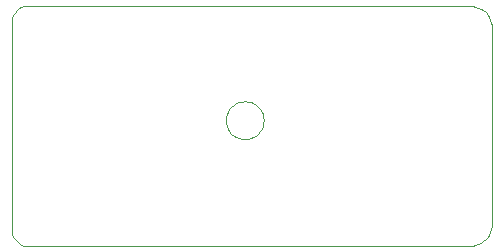
<source format=gko>
G04*
G04 #@! TF.GenerationSoftware,Altium Limited,Altium Designer,20.0.11 (256)*
G04*
G04 Layer_Color=16711935*
%FSLAX25Y25*%
%MOIN*%
G70*
G01*
G75*
%ADD36C,0.00100*%
D36*
X77550Y48100D02*
X76565Y48022D01*
X75603Y47792D01*
X74690Y47413D01*
X73847Y46897D01*
X73096Y46255D01*
X72454Y45503D01*
X71937Y44660D01*
X71559Y43747D01*
X71328Y42786D01*
X71251Y41801D01*
X83849D02*
X83772Y42786D01*
X83541Y43747D01*
X83163Y44660D01*
X82646Y45503D01*
X82004Y46255D01*
X81253Y46897D01*
X80410Y47413D01*
X79497Y47792D01*
X78535Y48022D01*
X77550Y48100D01*
Y35502D02*
X78535Y35579D01*
X79497Y35810D01*
X80410Y36188D01*
X81253Y36704D01*
X82004Y37347D01*
X82646Y38098D01*
X83163Y38941D01*
X83541Y39854D01*
X83772Y40815D01*
X83849Y41801D01*
X71251D02*
X71328Y40815D01*
X71559Y39854D01*
X71937Y38941D01*
X72454Y38098D01*
X73096Y37347D01*
X73847Y36704D01*
X74690Y36188D01*
X75603Y35810D01*
X76565Y35579D01*
X77550Y35502D01*
X152550Y-50D02*
X153529Y14D01*
X154491Y206D01*
X155420Y521D01*
X156300Y955D01*
X157116Y1500D01*
X157853Y2147D01*
X158500Y2885D01*
X159045Y3700D01*
X159479Y4580D01*
X159794Y5509D01*
X159986Y6471D01*
X160050Y7450D01*
Y72450D02*
X159986Y73429D01*
X159794Y74392D01*
X159479Y75321D01*
X159045Y76200D01*
X158500Y77016D01*
X157853Y77754D01*
X157116Y78400D01*
X156300Y78945D01*
X155420Y79379D01*
X154491Y79695D01*
X153529Y79886D01*
X152550Y79950D01*
X5050D02*
X4075Y79854D01*
X3137Y79570D01*
X2272Y79108D01*
X1515Y78486D01*
X893Y77728D01*
X431Y76864D01*
X146Y75926D01*
X50Y74950D01*
Y4950D02*
X146Y3975D01*
X431Y3037D01*
X893Y2173D01*
X1515Y1415D01*
X2272Y793D01*
X3137Y331D01*
X4075Y46D01*
X5050Y-50D01*
X152550D01*
X160050Y7450D02*
Y72450D01*
X5050Y79950D02*
X152550D01*
X50Y4950D02*
Y74950D01*
M02*

</source>
